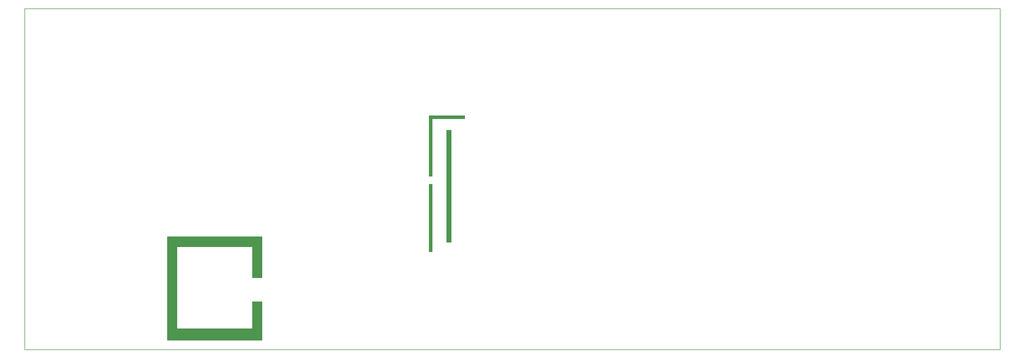
<source format=gbr>
%TF.GenerationSoftware,Altium Limited,Altium Designer,22.2.1 (43)*%
G04 Layer_Color=0*
%FSLAX45Y45*%
%MOMM*%
%TF.SameCoordinates,02F1B47A-F79C-4BE6-BEC0-26DF2024C161*%
%TF.FilePolarity,Positive*%
%TF.FileFunction,Profile,NP*%
%TF.Part,Single*%
G01*
G75*
%TA.AperFunction,Profile*%
%ADD131C,0.02540*%
G36*
X5320000Y9709999D02*
X5150000D01*
X5150000Y10229999D01*
X3880000Y10230000D01*
Y8850000D01*
X5150000Y8849999D01*
Y9309999D01*
X5320000D01*
Y8650000D01*
X3710000D01*
Y10410000D01*
X5320000Y10409999D01*
X5320000Y9709999D01*
D02*
G37*
G36*
X8140000Y11300000D02*
Y10150000D01*
X8199999D01*
X8200001Y11300000D01*
X8140000D01*
D02*
G37*
G36*
X8520000Y12217317D02*
X8520000Y10309999D01*
X8439281Y10310000D01*
X8439281Y12217317D01*
X8520000Y12217317D01*
D02*
G37*
G36*
X8140000Y11430000D02*
Y12460000D01*
X8750000D01*
Y12400000D01*
X8200000D01*
X8199999Y11430000D01*
X8140000D01*
D02*
G37*
D131*
X1300000Y8500000D02*
X1300000Y14270000D01*
X17800000Y14270000D01*
X17800000Y8500000D01*
X1300000D01*
%TF.MD5,726e93ff94b8922f57c767761c90db57*%
M02*

</source>
